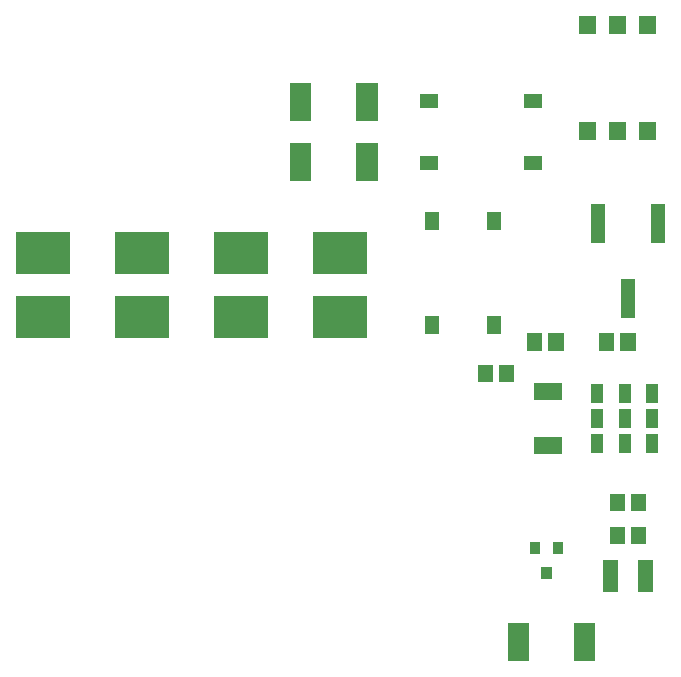
<source format=gbr>
G04 start of page 10 for group -4015 idx -4015 *
G04 Title: (unknown), toppaste *
G04 Creator: pcb 20110918 *
G04 CreationDate: Tue 27 May 2014 02:17:58 AM GMT UTC *
G04 For: railfan *
G04 Format: Gerber/RS-274X *
G04 PCB-Dimensions: 290000 290000 *
G04 PCB-Coordinate-Origin: lower left *
%MOIN*%
%FSLAX25Y25*%
%LNTOPPASTE*%
%ADD96R,0.0469X0.0469*%
%ADD95R,0.0400X0.0400*%
%ADD94R,0.0551X0.0551*%
%ADD93R,0.0340X0.0340*%
%ADD92R,0.0709X0.0709*%
%ADD91R,0.0470X0.0470*%
%ADD90R,0.0512X0.0512*%
%ADD89R,0.1400X0.1400*%
%ADD88C,0.0001*%
G54D88*G36*
X268547Y241670D02*Y235764D01*
X274453D01*
Y241670D01*
X268547D01*
G37*
G36*
X258547D02*Y235764D01*
X264453D01*
Y241670D01*
X258547D01*
G37*
G36*
X248547D02*Y235764D01*
X254453D01*
Y241670D01*
X248547D01*
G37*
G36*
Y206236D02*Y200330D01*
X254453D01*
Y206236D01*
X248547D01*
G37*
G36*
X258547D02*Y200330D01*
X264453D01*
Y206236D01*
X258547D01*
G37*
G36*
X268547D02*Y200330D01*
X274453D01*
Y206236D01*
X268547D01*
G37*
G54D89*X68100Y141400D02*X71900D01*
X68100Y162600D02*X71900D01*
X134100Y141400D02*X137900D01*
X134100Y162600D02*X137900D01*
X101100Y141400D02*X104900D01*
X101100Y162600D02*X104900D01*
X167100Y141400D02*X170900D01*
X167100Y162600D02*X170900D01*
G54D90*X217457Y122893D02*Y122107D01*
X224543Y122893D02*Y122107D01*
X233957Y133393D02*Y132607D01*
X241043Y133393D02*Y132607D01*
G54D91*X220250Y173850D02*Y172551D01*
X199750Y173850D02*Y172551D01*
Y139449D02*Y138150D01*
X220250Y139449D02*Y138150D01*
G54D92*X155976Y215756D02*Y210244D01*
X178024Y215756D02*Y210244D01*
X155976Y195756D02*Y190244D01*
X178024Y195756D02*Y190244D01*
G54D91*X198150Y213250D02*X199449D01*
X198150Y192750D02*X199449D01*
X232551D02*X233850D01*
X232551Y213250D02*X233850D01*
G54D93*X241746Y64521D02*Y63921D01*
X233946Y64521D02*Y63921D01*
X237846Y56321D02*Y55721D01*
G54D92*X250524Y35756D02*Y30244D01*
X228476Y35756D02*Y30244D01*
G54D94*X236343Y116496D02*X240280D01*
X236343Y98504D02*X240280D01*
G54D95*X254847Y116949D02*Y114587D01*
Y108681D02*Y106319D01*
Y100413D02*Y98051D01*
X264001Y116949D02*Y114587D01*
Y108681D02*Y106319D01*
Y100413D02*Y98051D01*
X273154Y116949D02*Y114587D01*
Y108681D02*Y106319D01*
Y100413D02*Y98051D01*
G54D90*X268543Y79893D02*Y79107D01*
X261457Y79893D02*Y79107D01*
Y68893D02*Y68107D01*
X268543Y68893D02*Y68107D01*
X259095Y57755D02*Y52245D01*
X270905Y57755D02*Y52245D01*
G54D96*X275000Y176752D02*Y168445D01*
X255000Y176752D02*Y168445D01*
X265000Y151555D02*Y143248D01*
G54D90*X265043Y133393D02*Y132607D01*
X257957Y133393D02*Y132607D01*
M02*

</source>
